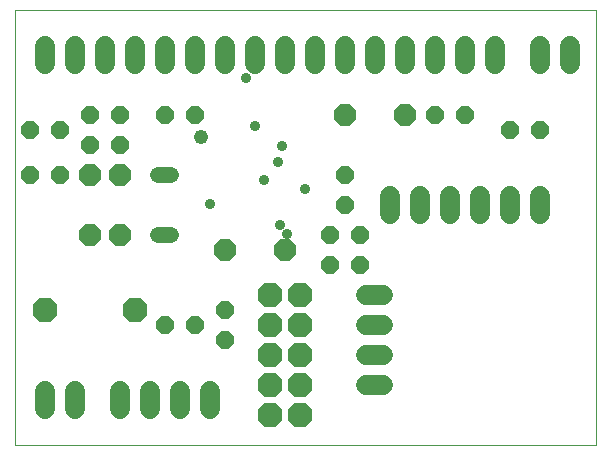
<source format=gbs>
G75*
%MOIN*%
%OFA0B0*%
%FSLAX25Y25*%
%IPPOS*%
%LPD*%
%AMOC8*
5,1,8,0,0,1.08239X$1,22.5*
%
%ADD10C,0.00000*%
%ADD11OC8,0.07100*%
%ADD12OC8,0.08300*%
%ADD13OC8,0.06000*%
%ADD14C,0.05200*%
%ADD15OC8,0.08200*%
%ADD16C,0.06737*%
%ADD17C,0.03600*%
%ADD18C,0.04800*%
D10*
X0001400Y0008000D02*
X0001400Y0152961D01*
X0195101Y0152961D01*
X0195101Y0008000D01*
X0001400Y0008000D01*
D11*
X0071400Y0073000D03*
X0091400Y0073000D03*
X0036400Y0078000D03*
X0026400Y0078000D03*
X0026400Y0098000D03*
X0036400Y0098000D03*
X0111400Y0118000D03*
X0131400Y0118000D03*
D12*
X0041400Y0053000D03*
X0011400Y0053000D03*
D13*
X0051400Y0048000D03*
X0061400Y0048000D03*
X0071400Y0043000D03*
X0071400Y0053000D03*
X0106400Y0068000D03*
X0116400Y0068000D03*
X0116400Y0078000D03*
X0106400Y0078000D03*
X0111400Y0088000D03*
X0111400Y0098000D03*
X0141400Y0118000D03*
X0151400Y0118000D03*
X0166400Y0113000D03*
X0176400Y0113000D03*
X0061400Y0118000D03*
X0051400Y0118000D03*
X0036400Y0118000D03*
X0026400Y0118000D03*
X0016400Y0113000D03*
X0026400Y0108000D03*
X0036400Y0108000D03*
X0016400Y0098000D03*
X0006400Y0098000D03*
X0006400Y0113000D03*
D14*
X0049200Y0098000D02*
X0053600Y0098000D01*
X0053600Y0078000D02*
X0049200Y0078000D01*
D15*
X0086400Y0058000D03*
X0096400Y0058000D03*
X0096400Y0048000D03*
X0086400Y0048000D03*
X0086400Y0038000D03*
X0096400Y0038000D03*
X0096400Y0028000D03*
X0086400Y0028000D03*
X0086400Y0018000D03*
X0096400Y0018000D03*
D16*
X0118431Y0028000D02*
X0124369Y0028000D01*
X0124369Y0038000D02*
X0118431Y0038000D01*
X0118431Y0048000D02*
X0124369Y0048000D01*
X0124369Y0058000D02*
X0118431Y0058000D01*
X0126400Y0085031D02*
X0126400Y0090969D01*
X0136400Y0090969D02*
X0136400Y0085031D01*
X0146400Y0085031D02*
X0146400Y0090969D01*
X0156400Y0090969D02*
X0156400Y0085031D01*
X0166400Y0085031D02*
X0166400Y0090969D01*
X0176400Y0090969D02*
X0176400Y0085031D01*
X0176400Y0135031D02*
X0176400Y0140969D01*
X0186400Y0140969D02*
X0186400Y0135031D01*
X0161400Y0135031D02*
X0161400Y0140969D01*
X0151400Y0140969D02*
X0151400Y0135031D01*
X0141400Y0135031D02*
X0141400Y0140969D01*
X0131400Y0140969D02*
X0131400Y0135031D01*
X0121400Y0135031D02*
X0121400Y0140969D01*
X0111400Y0140969D02*
X0111400Y0135031D01*
X0101400Y0135031D02*
X0101400Y0140969D01*
X0091400Y0140969D02*
X0091400Y0135031D01*
X0081400Y0135031D02*
X0081400Y0140969D01*
X0071400Y0140969D02*
X0071400Y0135031D01*
X0061400Y0135031D02*
X0061400Y0140969D01*
X0051400Y0140969D02*
X0051400Y0135031D01*
X0041400Y0135031D02*
X0041400Y0140969D01*
X0031400Y0140969D02*
X0031400Y0135031D01*
X0021400Y0135031D02*
X0021400Y0140969D01*
X0011400Y0140969D02*
X0011400Y0135031D01*
X0011400Y0025969D02*
X0011400Y0020031D01*
X0021400Y0020031D02*
X0021400Y0025969D01*
X0036400Y0025969D02*
X0036400Y0020031D01*
X0046400Y0020031D02*
X0046400Y0025969D01*
X0056400Y0025969D02*
X0056400Y0020031D01*
X0066400Y0020031D02*
X0066400Y0025969D01*
D17*
X0092150Y0078500D03*
X0089900Y0081500D03*
X0098150Y0093500D03*
X0089150Y0102500D03*
X0090650Y0107750D03*
X0081650Y0114500D03*
X0078650Y0130250D03*
X0084650Y0096500D03*
X0066650Y0088250D03*
D18*
X0063500Y0110600D03*
M02*

</source>
